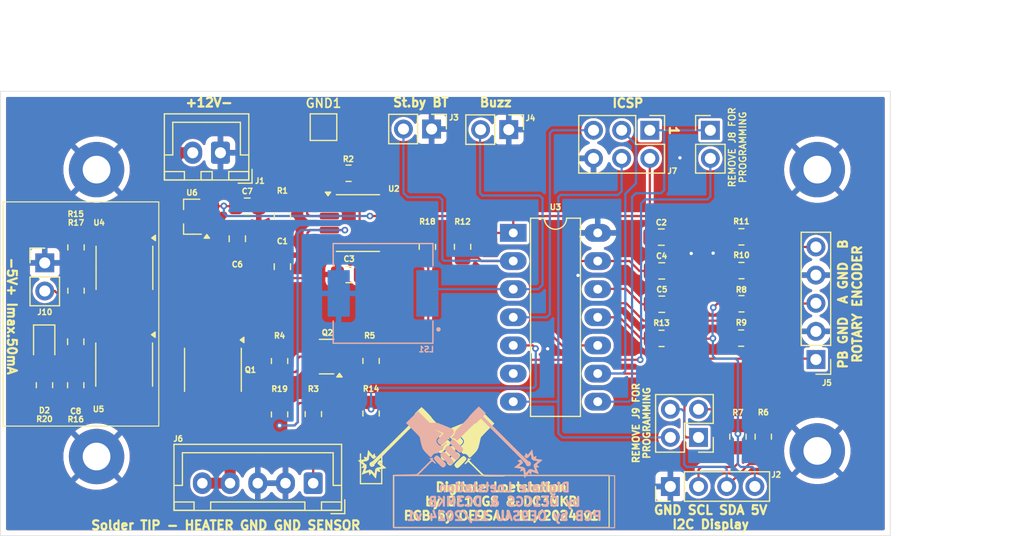
<source format=kicad_pcb>
(kicad_pcb (version 20240108) (generator "pcbnew") (generator_version "8.0")
  (layers (0 "F.Cu" signal) (31 "B.Cu" signal) (34 "B.Paste" user) (35 "F.Paste" user) (36 "B.SilkS" user "B.Silkscreen") (37 "F.SilkS" user "F.Silkscreen") (38 "B.Mask" user) (39 "F.Mask" user) (44 "Edge.Cuts" user))
  (net 0 "")
  (net 1 "GND")
  (net 2 "Net-(U2-+)")
  (net 3 "+5V")
  (net 4 "Net-(U3-PA3)")
  (net 5 "+12V")
  (net 6 "Net-(J2-Pin_2)")
  (net 7 "Net-(J2-Pin_3)")
  (net 8 "Net-(J3-Pin_2)")
  (net 9 "Net-(J4-Pin_2)")
  (net 10 "Net-(J5-Pin_1)")
  (net 11 "Net-(J5-Pin_3)")
  (net 12 "Net-(J5-Pin_5)")
  (net 13 "Net-(J6-Pin_4)")
  (net 14 "Net-(J6-Pin_1)")
  (net 15 "Net-(J8-Pin_2)")
  (net 16 "Net-(J7-MISO)")
  (net 17 "Net-(Q1-G)")
  (net 18 "Net-(Q2-G)")
  (net 19 "Net-(U2--)")
  (net 20 "Net-(R18-Pad1)")
  (net 24 "Net-(J7-~{RST})")
  (net 26 "Net-(U3-PA1)")
  (net 27 "Net-(U3-AREF{slash}PA0)")
  (net 28 "Net-(D1-A)")
  (net 29 "Net-(U3-PB2)")
  (net 30 "Net-(J7-MOSI)")
  (net 31 "Net-(J7-SCK)")
  (net 32 "Net-(U5-ADJ)")
  (net 33 "Net-(R15-Pad1)")
  (net 38 "Net-(J10-Pin_2)")
  (net 39 "Net-(D2-A)")
  (net 40 "Net-(U4-ADJ)")
  (footprint "Resistor_SMD:R_0805_2012Metric_Pad1.20x1.40mm_HandSolder" (layer "F.Cu") (at 139.2174 85.6648 90)
    (property "Reference" "R12")
    (property "Value" "10k")
  )
  (footprint "Capacitor_SMD:C_0805_2012Metric_Pad1.18x1.45mm_HandSolder" (layer "F.Cu") (at 128.9597 88.17 180)
    (property "Reference" "C3")
    (property "Value" "10nF")
  )
  (footprint "Resistor_SMD:R_0805_2012Metric_Pad1.20x1.40mm_HandSolder" (layer "F.Cu") (at 125.7554 100.7712 90)
    (property "Reference" "R3")
    (property "Value" "5K6")
  )
  (footprint "Resistor_SMD:R_0805_2012Metric_Pad1.20x1.40mm_HandSolder" (layer "F.Cu") (at 164.3794 87.8144)
    (property "Reference" "R10")
    (property "Value" "10k")
  )
  (footprint "Resistor_SMD:R_0805_2012Metric_Pad1.20x1.40mm_HandSolder" (layer "F.Cu") (at 104.3432 85.7186 -90)
    (property "Reference" "R15")
    (property "Value" "27")
  )
  (footprint "Capacitor_SMD:C_0805_2012Metric_Pad1.18x1.45mm_HandSolder" (layer "F.Cu") (at 157.1889 90.8498 180)
    (property "Reference" "C5")
    (property "Value" "10nF")
  )
  (footprint "MountingHole:MountingHole_2.5mm_Pad" (layer "F.Cu") (at 106.1974 78.6958)
    (property "Reference" "H1" (hide yes))
    (property "Value" "MountingHole_Pad" (hide yes))
  )
  (footprint "Resistor_SMD:R_0805_2012Metric_Pad1.20x1.40mm_HandSolder" (layer "F.Cu") (at 104.3432 89.6272 -90)
    (property "Reference" "R17")
    (property "Value" "750")
  )
  (footprint "Resistor_SMD:R_0805_2012Metric_Pad1.20x1.40mm_HandSolder" (layer "F.Cu") (at 136.0424 85.6714 -90)
    (property "Reference" "R18")
    (property "Value" "5K6")
  )
  (footprint "Connector_PinHeader_2.54mm:PinHeader_1x04_P2.54mm_Vertical" (layer "F.Cu") (at 157.9626 107.3089 90)
    (property "Reference" "J2")
    (property "Value" "I2C")
  )
  (footprint "Resistor_SMD:R_0805_2012Metric_Pad1.20x1.40mm_HandSolder" (layer "F.Cu") (at 122.7074 95.9802 -90)
    (property "Reference" "R4")
    (property "Value" "10K")
  )
  (footprint "Resistor_SMD:R_0805_2012Metric_Pad1.20x1.40mm_HandSolder" (layer "F.Cu") (at 130.9624 95.9706 90)
    (property "Reference" "R5")
    (property "Value" "1K")
  )
  (footprint "Package_TO_SOT_SMD:SOT-23" (layer "F.Cu") (at 126.9469 95.5802 180)
    (property "Reference" "Q2")
    (property "Value" "IRLML2060")
  )
  (footprint "Resistor_SMD:R_0805_2012Metric_Pad1.20x1.40mm_HandSolder" (layer "F.Cu") (at 122.7074 100.8032 -90)
    (property "Reference" "R19")
    (property "Value" "100k")
  )
  (footprint "Connector_PinHeader_2.54mm:PinHeader_1x02_P2.54mm_Vertical" (layer "F.Cu") (at 161.5694 75.1398)
    (property "Reference" "J8" (hide yes))
    (property "Value" "PROG-JUMP")
  )
  (footprint "Connector_PinHeader_2.54mm:PinHeader_1x02_P2.54mm_Vertical" (layer "F.Cu") (at 143.383 75.0824 -90)
    (property "Reference" "J4")
    (property "Value" "Buzz")
  )
  (footprint "MountingHole:MountingHole_2.5mm_Pad" (layer "F.Cu") (at 106.1974 104.6038)
    (property "Reference" "H3" (hide yes))
    (property "Value" "MountingHole_Pad" (hide yes))
  )
  (footprint "Connector_PinHeader_2.54mm:PinHeader_2x03_P2.54mm_Vertical" (layer "F.Cu") (at 156.1084 75.1398 -90)
    (property "Reference" "J7")
    (property "Value" "ISP")
  )
  (footprint "Package_TO_SOT_SMD:SOT-23_Handsoldering" (layer "F.Cu") (at 114.8066 82.9478 180)
    (property "Reference" "U6")
    (property "Value" "MCP1703Ax-120xxTT")
  )
  (footprint "Package_SO:SOIC-8_3.9x4.9mm_P1.27mm" (layer "F.Cu") (at 108.6866 96.3026 -90)
    (property "Reference" "U5")
    (property "Value" "LM317L_SO8")
  )
  (footprint "Connector_JST:JST_XH_B2B-XH-A_1x02_P2.50mm_Vertical" (layer "F.Cu") (at 117.3734 77.1718 180)
    (property "Reference" "J1")
    (property "Value" "12V POW")
  )
  (footprint "Package_DIP:DIP-14_W7.62mm_LongPads" (layer "F.Cu") (at 143.7894 84.4108)
    (property "Reference" "U3")
    (property "Value" "ATtiny84V-10P")
  )
  (footprint "Capacitor_SMD:C_0805_2012Metric_Pad1.18x1.45mm_HandSolder" (layer "F.Cu") (at 122.9614 87.4588 90)
    (property "Reference" "C1")
    (property "Value" "10nF")
  )
  (footprint "Package_SO:SO-8_3.9x4.9mm_P1.27mm" (layer "F.Cu") (at 129.7782 83.5218)
    (property "Reference" "U2")
    (property "Value" "OPA336Ux")
  )
  (footprint "MountingHole:MountingHole_2.5mm_Pad" (layer "F.Cu") (at 171.2214 104.0958)
    (property "Reference" "H2" (hide yes))
    (property "Value" "MountingHole_Pad" (hide yes))
  )
  (footprint "Capacitor_SMD:C_0805_2012Metric_Pad1.18x1.45mm_HandSolder" (layer "F.Cu") (at 157.1889 87.8398)
    (property "Reference" "C4")
    (property "Value" "10nF")
  )
  (footprint "Resistor_SMD:R_0805_2012Metric_Pad1.20x1.40mm_HandSolder" (layer "F.Cu") (at 164.3794 90.8116 180)
    (property "Reference" "R8")
    (property "Value" "10k")
  )
  (footprint "Package_SO:SOIC-8_3.9x4.9mm_P1.27mm" (layer "F.Cu") (at 116.695 96.7734 -90)
    (property "Reference" "Q1")
    (property "Value" "IRF7416")
  )
  (footprint "Connector_PinHeader_2.54mm:PinHeader_1x02_P2.54mm_Vertical" (layer "F.Cu") (at 101.5238 87.117)
    (property "Reference" "J10")
    (property "Value" "5V/50mA")
  )
  (footprint "Resistor_SMD:R_0805_2012Metric_Pad1.20x1.40mm_HandSolder" (layer "F.Cu") (at 164.3474 93.9104 180)
    (property "Reference" "R9")
    (property "Value" "10k")
  )
  (footprint "Resistor_SMD:R_0805_2012Metric_Pad1.20x1.40mm_HandSolder" (layer "F.Cu") (at 130.9624 100.7204 90)
    (property "Reference" "R14")
    (property "Value" "10k")
  )
  (footprint "Resistor_SMD:R_0805_2012Metric_Pad1.20x1.40mm_HandSolder" (layer "F.Cu") (at 101.4984 98.1616 -90)
    (property "Reference" "R20")
    (property "Value" "10k")
  )
  (footprint "Resistor_SMD:R_0805_2012Metric_Pad1.20x1.40mm_HandSolder" (layer "F.Cu") (at 164.0586 102.8098 90)
    (property "Reference" "R7")
    (property "Value" "4k7")
  )
  (footprint "Capacitor_SMD:C_0805_2012Metric_Pad1.18x1.45mm_HandSolder" (layer "F.Cu") (at 119.7903 81.9978)
    (property "Reference" "C7")
    (property "Value" "1uF")
  )
  (footprint "Resistor_SMD:R_0805_2012Metric_Pad1.20x1.40mm_HandSolder" (layer "F.Cu") (at 128.9304 79.026)
    (property "Reference" "R2")
    (property "Value" "68k")
  )
  (footprint "Resistor_SMD:R_0805_2012Metric_Pad1.20x1.40mm_HandSolder" (layer "F.Cu") (at 122.9614 82.8708 90)
    (property "Reference" "R1")
    (property "Value" "100R")
  )
  (footprint "LED_SMD:LED_0805_2012Metric" (layer "F.Cu") (at 130.965266 105.3658 90)
    (property "Reference" "D1" (hide yes))
    (property "Value" "LED" (hide yes))
  )
  (footprint "Resistor_SMD:R_0805_2012Metric_Pad1.20x1.40mm_HandSolder" (layer "F.Cu") (at 104.3178 98.1616 -90)
    (property "Reference" "R16")
    (property "Value" "240")
  )
  (footprint "Resistor_SMD:R_0805_2012Metric_Pad1.20x1.40mm_HandSolder" (layer "F.Cu") (at 164.3728 84.7664 180)
    (property "Reference" "R11")
    (property "Value" "10k")
  )
  (footprint "Capacitor_SMD:C_0805_2012Metric_Pad1.18x1.45mm_HandSolder" (layer "F.Cu") (at 104.3178 94.2367 90)
    (property "Reference" "C8")
    (property "Value" "1uF")
  )
  (footprint "LED_SMD:LED_0805_2012Metric" (layer "F.Cu") (at 101.473 94.4118 -90)
    (property "Reference" "D2")
    (property "Value" "LED")
  )
  (footprint "Capacitor_SMD:C_0805_2012Metric_Pad1.18x1.45mm_HandSolder" (layer "F.Cu") (at 118.8974 84.9403 90)
    (property "Reference" "C6")
    (property "Value" "1uF")
  )
  (footprint "TestPoint:TestPoint_Pad_2.0x2.0mm" (layer "F.Cu") (at 126.6698 74.8604)
    (property "Reference" "GND1")
    (property "Value" "GND")
  )
  (footprint "Connector_PinHeader_2.54mm:PinHeader_1x02_P2.54mm_Vertical" (layer "F.Cu") (at 136.4234 75.0316 -90)
    (property "Reference" "J3")
    (property "Value" "Std.by")
  )
  (footprint "LOGO" (layer "F.Cu") (at 136.553266 103.2068)
    (property "Reference" "G10" (hide yes))
    (property "Value" "LOGO" (hide yes))
  )
  (footprint "Package_SO:SOIC-8_3.9x4.9mm_P1.27mm" (layer "F.Cu") (at 108.712 87.565 -90)
    (property "Reference" "U4")
    (property "Value" "LM317L_SO8")
  )
  (footprint "Connector_PinHeader_2.54mm:PinHeader_1x05_P2.54mm_Vertical" (layer "F.Cu") (at 171.0944 95.8408 180)
    (property "Reference" "J5")
    (property "Value" "Conn_01x05_Pin")
  )
  (footprint "Resistor_SMD:R_0805_2012Metric_Pad1.20x1.40mm_HandSolder" (layer "F.Cu") (at 166.3446 102.8098 90)
    (property "Reference" "R6")
    (property "Value" "4k7")
  )
  (footprint "MountingHole:MountingHole_2.5mm_Pad" (layer "F.Cu") (at 171.2214 78.6958)
    (property "Reference" "H4" (hide yes))
    (property "Value" "MountingHole_Pad" (hide yes))
  )
  (footprint "Resistor_SMD:R_0805_2012Metric_Pad1.20x1.40mm_HandSolder" (layer "F.Cu") (at 157.1674 93.9358)
    (property "Reference" "R13")
    (property "Value" "10k")
  )
  (footprint "Connector_JST:JST_XH_B5B-XH-A_1x05_P2.50mm_Vertical" (layer "F.Cu") (at 125.7408 107.0102 180)
    (property "Reference" "J6")
    (property "Value" "Tip")
  )
  (footprint "Capacitor_SMD:C_0805_2012Metric_Pad1.18x1.45mm_HandSolder" (layer "F.Cu") (at 157.1459 84.7918)
    (property "Reference" "C2")
    (property "Value" "100nF")
  )
  (footprint "Connector_PinHeader_2.54mm:PinHeader_2x02_P2.54mm_Vertical" (layer "F.Cu") (at 160.5026 102.8766 180)
    (property "Reference" "J9" (hide yes))
    (property "Value" "PROG-JUMP2")
  )
  (footprint "LOGO" (layer "B.Cu") (at 139.6492 103.156 180)
    (property "Reference" "G10" (hide yes))
    (property "Value" "LOGO" (hide yes))
  )
  (footprint "CPT-9019S-SMT:CUI_CPT-9019S-SMT" (layer "B.Cu") (at 132.0424 89.8718 90)
    (property "Reference" "LS1")
    (property "Value" "CPT-9019S-SMT" (hide yes))
  )
  (gr_rect (start 97.7646 81.6102) (end 111.8108 101.854) (stroke (width 0.1)) (fill none) (layer "F.SilkS"))
  (gr_line (start 97.536 71.628) (end 177.8 71.628) (stroke (width 0.05)) (layer "Edge.Cuts"))
  (gr_line (start 177.8 71.628) (end 177.8 111.76) (stroke (width 0.05)) (layer "Edge.Cuts"))
  (gr_line (start 177.8 111.76) (end 97.536 111.76) (stroke (width 0.05)) (layer "Edge.Cuts"))
  (gr_line (start 97.536 111.76) (end 97.536 71.628) (stroke (width 0.05)) (layer "Edge.Cuts"))
  (gr_text "REMOVE J8 FOR\nPROGRAMMING" (at 164.846 76.6826 90) (layer "F.SilkS") (effects (font (size 0.6 0.6) (thickness 0.12) (bold yes)) (justify bottom)))
  (gr_text "1" (at 157.8102 74.6572 -90) (layer "F.SilkS") (effects (font (size 0.8 0.8) (thickness 0.2) (bold yes)) (justify left bottom)))
  (gr_text "ICSP" (at 152.6286 73.1586 0) (layer "F.SilkS") (effects (font (size 0.8 0.8) (thickness 0.2) (bold yes)) (justify left bottom)))
  (gr_text "PB GND  A GND  B\nROTARY ENCODER" (at 175.2854 90.837 90) (layer "F.SilkS") (effects (font (size 0.8 0.8) (thickness 0.2) (bold yes)) (justify bottom)))
  (gr_text "REMOVE J9 FOR\nPROGRAMMING" (at 156.1846 101.5812 90) (layer "F.SilkS") (effects (font (size 0.6 0.6) (thickness 0.15) (bold yes)) (justify bottom)))
  (gr_text "Solder TIP - HEATER GND GND SENSOR" (at 117.856 111.2774 0) (layer "F.SilkS") (effects (font (size 0.8 0.8) (thickness 0.2) (bold yes)) (justify bottom)))
  (gr_text "St.by BT" (at 132.842 73.1012 0) (layer "F.SilkS") (effects (font (size 0.8 0.8) (thickness 0.2) (bold yes)) (justify left bottom)))
  (gr_text "GND SCL SDA 5V\nI2C Display" (at 161.5948 111.1951 0) (layer "F.SilkS") (effects (font (size 0.8 0.8) (thickness 0.2) (bold yes)) (justify bottom)))
  (gr_text "-5V+ Imax.50mA" (at 98.0948 86.5378 270) (layer "F.SilkS") (effects (font (size 0.8 0.8) (thickness 0.2) (bold yes)) (justify left bottom)))
  (gr_text "Buzz" (at 140.6652 73.1012 0) (layer "F.SilkS") (effects (font (size 0.8 0.8) (thickness 0.2) (bold yes)) (justify left bottom)))
  (gr_text "+12V-" (at 114.1222 73.1078 0) (layer "F.SilkS") (effects (font (size 0.8 0.8) (thickness 0.2) (bold yes)) (justify left bottom)))
  (gr_text_box "Digitale Loetstation\nby OE1CGS & DC3MKB\nPCB by OE9SAU 11/2024 v1" (start 133.0198 106.331) (end 152.9334 111.03) (layer "B.SilkS") (effects (font (size 0.8 0.8) (thickness 0.2) (bold yes)) (justify top mirror)) (border yes) (stroke (width 0.1)))
  (gr_text_box "Digitale Loetstation\nby OE1CGS & DC3MKB\nPCB by OE9SAU 11/2024 v1" (start 132.9817 106.3056) (end 152.4381 111.0046) (layer "F.SilkS") (effects (font (size 0.8 0.8) (thickness 0.2) (bold yes)) (justify top)) (border yes) (stroke (width 0.1)))
  (segment (start 120.7408 107.347) (end 120.7538 107.36) (width 1) (layer "F.Cu") (net 1))
  (via (at 146.8882 94.8756) (size 0.6) (drill 0.3) (layers "F.Cu" "B.Cu") (net 1))
  (via (at 149.6314 88.2462) (size 0.6) (drill 0.3) (layers "F.Cu" "B.Cu") (net 1))
  (via (at 161.8234 86.2396) (size 0.6) (drill 0.3) (layers "F.Cu" "B.Cu") (net 1))
  (via (at 159.8422 86.265) (size 0.6) (drill 0.3) (layers "F.Cu" "B.Cu") (net 1))
  (via (at 158.8262 77.629) (size 0.6) (drill 0.3) (layers "F.Cu" "B.Cu") (net 1))
  (segment (start 124.5172 99.7712) (end 125.7554 99.7712) (width 0.2) (layer "F.Cu") (net 2))
  (segment (start 122.7074 101.8032) (end 124.0352 101.8032) (width 0.2) (layer "F.Cu") (net 2))
  (segment (start 124.9465 88.4963) (end 122.9614 88.4963) (width 0.2) (layer "F.Cu") (net 2))
  (segment (start 125.222 88.2208) (end 124.9465 88.4963) (width 0.2) (layer "F.Cu") (net 2))
  (segment (start 125.222 84.4108) (end 125.222 88.2208) (width 0.2) (layer "F.Cu") (net 2))
  (segment (start 124.35 101.4884) (end 124.35 99.9384) (width 0.2) (layer "F.Cu") (net 2))
  (segment (start 124.0352 101.8032) (end 124.35 101.4884) (width 0.2) (layer "F.Cu") (net 2))
  (segment (start 124.35 99.9384) (end 124.5172 99.7712) (width 0.2) (layer "F.Cu") (net 2))
  (segment (start 125.476 84.1568) (end 125.222 84.4108) (width 0.2) (layer "F.Cu") (net 2))
  (segment (start 128.6002 84.1568) (end 125.476 84.1568) (width 0.2) (layer "F.Cu") (net 2))
  (via (at 122.7074 101.8032) (size 0.6) (drill 0.3) (layers "F.Cu" "B.Cu") (net 2))
  (via (at 128.6002 84.1568) (size 0.6) (drill 0.3) (layers "F.Cu" "B.Cu") (net 2))
  (segment (start 124.6378 84.1568) (end 128.6002 84.1568) (width 0.2) (layer "B.Cu") (net 2))
  (segment (start 124.333 101.5268) (end 124.333 84.4616) (width 0.2) (layer "B.Cu") (net 2))
  (segment (start 124.333 84.4616) (end 124.6378 84.1568) (width 0.2) (layer "B.Cu") (net 2))
  (segment (start 124.0566 101.8032) (end 124.333 101.5268) (width 0.2) (layer "B.Cu") (net 2))
  (segment (start 122.7074 101.8032) (end 124.0566 101.8032) (width 0.2) (layer "B.Cu") (net 2))
  (segment (start 164.3888 83.1662) (end 164.1348 82.9122) (width 0.2) (layer "F.Cu") (net 3))
  (segment (start 143.9887 82.8907) (end 156.1084 82.8907) (width 0.2) (layer "F.Cu") (net 3))
  (segment (start 139.2174 84.6648) (end 140.660414 84.6648) (width 0.2) (layer "F.Cu") (net 3))
  (segment (start 116.3066 81.9978) (end 117.6528 81.9978) (width 0.2) (layer "F.Cu") (net 3))
  (segment (start 158.192 93.9604) (end 161.7734 93.9604) (width 0.2) (layer "F.Cu") (net 3))
  (segment (start 132.8706 82.8868) (end 132.8745 82.8907) (width 0.2) (layer "F.Cu") (net 3))
  (segment (start 162.2044 90.7862) (end 163.3794 90.7862) (width 0.2) (layer "F.Cu") (net 3))
  (segment (start 143.7894 84.4108) (end 143.7894 82.8907) (width 0.2) (layer "F.Cu") (net 3))
  (segment (start 164.0586 102.5464) (end 164.0586 101.8098) (width 0.2) (layer "F.Cu") (net 3))
  (segment (start 130.8608 82.8868) (end 132.8706 82.8868) (width 0.2) (layer "F.Cu") (net 3))
  (segment (start 158.1674 93.9358) (end 158.192 93.9604) (width 0.2) (layer "F.Cu") (net 3))
  (segment (start 161.8361 91.1545) (end 162.2044 90.7862) (width 0.2) (layer "F.Cu") (net 3))
  (segment (start 161.7734 93.9604) (end 161.798 93.9358) (width 0.2) (layer "F.Cu") (net 3))
  (segment (start 140.914414 84.4108) (end 143.7894 84.4108) (width 0.2) (layer "F.Cu") (net 3))
  (segment (start 156.1084 77.6798) (end 156.1084 78.8315) (width 0.2) (layer "F.Cu") (net 3))
  (segment (start 117.6782 81.9724) (end 117.7036 81.9978) (width 0.2) (layer "F.Cu") (net 3))
  (segment (start 156.1084 84.7918) (end 156.1084 82.8907) (width 0.2) (layer "F.Cu") (net 3))
  (segment (start 117.6528 81.9978) (end 117.6782 81.9724) (width 0.2) (layer "F.Cu") (net 3))
  (segment (start 166.3446 101.8098) (end 164.0586 101.8098) (width 0.2) (layer "F.Cu") (net 3))
  (segment (start 163.3794 90.7862) (end 163.3794 87.8144) (width 0.2) (layer "F.Cu") (net 3))
  (segment (start 163.3794 87.8144) (end 164.3888 86.805) (width 0.2) (layer "F.Cu") (net 3))
  (segment (start 164.3888 86.805) (end 164.3888 83.1662) (width 0.2) (layer "F.Cu") (net 3))
  (segment (start 117.7036 81.9978) (end 118.7528 81.9978) (width 0.2) (layer "F.Cu") (net 3))
  (segment (start 156.1084 78.8315) (end 156.1084 82.8907) (width 0.2) (layer "F.Cu") (net 3))
  (segment (start 164.1133 82.8907) (end 164.2618 83.0392) (width 0.2) (layer "F.Cu") (net 3))
  (segment (start 143.7894 82.8907) (end 143.9887 82.8907) (width 0.2) (layer "F.Cu") (net 3))
  (segment (start 156.1084 82.8907) (end 164.1133 82.8907) (width 0.2) (layer "F.Cu") (net 3))
  (segment (start 132.8745 82.8907) (end 143.9887 82.8907) (width 0.2) (layer "F.Cu") (net 3))
  (segment (start 158.1674 93.9358) (end 158.6728 94.4412) (width 0.2) (layer "F.Cu") (net 3))
  (segment (start 140.660414 84.6648) (end 140.914414 84.4108) (width 0.2) (layer "F.Cu") (net 3))
  (via (at 161.8361 91.1545) (size 0.6) (drill 0.3) (layers "F.Cu" "B.Cu") (net 3))
  (via (at 161.798 93.9358) (size 0.6) (drill 0.3) (layers "F.Cu" "B.Cu") (net 3))
  (via (at 117.6782 81.9724) (size 0.6) (drill 0.3) (layers "F.Cu" "B.Cu") (net 3))
  (via (at 164.0586 102.5464) (size 0.6) (drill 0.3) (layers "F.Cu" "B.Cu") (net 3))
  (via (at 130.8608 82.8868) (size 0.6) (drill 0.3) (layers "F.Cu" "B.Cu") (net 3))
  (segment (start 161.798 95.536) (end 161.798 93.9358) (width 0.2) (layer "B.Cu") (net 3))
  (segment (start 165.354 105.5436) (end 164.3126 105.5436) (width 0.2) (layer "B.Cu") (net 3))
  (segment (start 163.8554 95.7646) (end 162.0266 95.7646) (width 0.2) (layer "B.Cu") (net 3))
  (segment (start 164.3126 105.5436) (end 164.0586 105.2896) (width 0.2) (layer "B.Cu") (net 3))
  (segment (start 117.9322 82.8868) (end 117.6782 82.6328) (width 0.2) (layer "B.Cu") (net 3))
  (segment (start 161.7726 93.9104) (end 161.798 93.9358) (width 0.2) (layer "B.Cu") (net 3))
  (segment (start 164.0586 105.2896) (end 164.0586 102.5464) (width 0.2) (layer "B.Cu") (net 3))
  (segment (start 161.8361 91.1545) (end 161.7726 91.218) (width 0.2) (layer "B.Cu") (net 3))
  (segment (start 165.5826 107.3089) (end 165.5826 105.7722) (width 0.2) (layer "B.Cu") (net 3))
  (segment (start 161.7726 91.218) (end 161.7726 93.9104) (width 0.2) (layer "B.Cu") (net 3))
  (segment (start 162.0266 95.7646) (end 161.798 95.536) (width 0.2) (layer "B.Cu") (net 3))
  (segment (start 165.5826 105.7722) (end 165.354 105.5436) (width 0.2) (layer "B.Cu") (net 3))
  (segment (start 164.0586 95.9678) (end 163.8554 95.7646) (width 0.2) (layer "B.Cu") (net 3))
  (segment (start 164.0586 102.5464) (end 164.0586 95.9678) (width 0.2) (layer "B.Cu") (net 3))
  (segment (start 117.6782 82.6328) (end 117.6782 81.9724) (width 0.2) (layer "B.Cu") (net 3))
  (segment (start 130.8608 82.8868) (end 117.9322 82.8868) (width 0.2) (layer "B.Cu") (net 3))
  (segment (start 136.1186 93.0976) (end 136.3218 93.3008) (width 0.2) (layer "F.Cu") (net 4))
  (segment (start 136.3218 93.3008) (end 146.9136 93.3008) (width 0.2) (layer "F.Cu") (net 4))
  (segment (start 136.1186 86.6758) (end 136.1186 93.0976) (width 0.2) (layer "F.Cu") (net 4))
  (segment (start 130.0187 86.9547) (end 130.2976 86.6758) (width 0.2) (layer "F.Cu") (net 4))
  (segment (start 146.9136 93.3008) (end 148.1836 94.5708) (width 0.2) (layer "F.Cu") (net 4))
  (segment (start 130.0187 88.1485) (end 130.0187 86.9547) (width 0.2) (layer "F.Cu") (net 4))
  (segment (start 130.2976 86.6758) (end 136.1186 86.6758) (width 0.2) (layer "F.Cu") (net 4))
  (segment (start 148.1836 94.5708) (end 151.4094 94.5708) (width 0.2) (layer "F.Cu") (net 4))
  (segment (start 116.06 88.81) (end 116.06 94.81) (width 1) (layer "F.Cu") (net 5))
  (segment (start 118.6725 95.0384) (end 116.8275 95.0384) (width 0.5) (layer "F.Cu") (net 5))
  (segment (start 115.81 94.8384) (end 118.35 94.8384) (width 0.5) (layer "F.Cu") (net 5))
  (segment (start 116.08 93.5784) (end 116.06 93.5984) (width 0.5) (layer "F.Cu") (net 5))
  (segment (start 118.8974 86.8626) (end 118.71 87.05) (width 0.2) (layer "F.Cu") (net 5))
  (segment (start 118.67125 93.2484) (end 116.08875 93.2484) (width 0.5) (layer "F.Cu") (net 5))
  (segment (start 113.7854 77.1718) (end 113.3066 77.6506) (width 1) (layer "F.Cu") (net 5))
  (segment (start 115.94 94.0084) (end 118.48 94.0084) (width 0.5) (layer "F.Cu") (net 5))
  (segment (start 115.8 95.2884) (end 115.8 92.4984) (width 0.5) (layer "F.Cu") (net 5))
  (segment (start 118.71 87.05) (end 114.3 87.05) (width 0.2) (layer "F.Cu") (net 5))
  (segment (start 115.81 94.5284) (end 118.35 94.5284) (width 0.5) (layer "F.Cu") (net 5))
  (segment (start 110.617 85.217) (end 110.617 83.1596) (width 0.2) (layer "F.Cu") (net 5))
  (segment (start 122.3394 94.9482) (end 122.7074 94.5802) (width 0.2) (layer "F.Cu") (net 5))
  (segment (start 122.0256 94.2984) (end 122.7074 94.9802) (width 0.2) (layer "F.Cu") (net 5))
  (segment (start 113.35 86.1) (end 113.35 82.9912) (width 1) (layer "F.Cu") (net 5))
  (segment (start 110.8288 82.9478) (end 113.3066 82.9478) (width 0.2) (layer "F.Cu") (net 5))
  (segment (start 114.3 87.05) (end 113.35 86.1) (width 1) (layer "F.Cu") (net 5))
  (segment (start 118.6 94.2984) (end 122.0256 94.2984) (width 0.2) (layer "F.Cu") (net 5))
  (segment (start 118.6625 93.5784) (end 116.08 93.5784) (width 0.5) (layer "F.Cu") (net 5))
  (segment (start 118.71 93.2484) (end 118.71 95.2284) (width 0.5) (layer "F.Cu") (net 5))
  (segment (start 115.79 95.2984) (end 118.71 95.2984) (width 0.5) (layer "F.Cu") (net 5))
  (segment (start 114.8734 77.1718) (end 113.7854 77.1718) (width 1) (layer "F.Cu") (net 5))
  (segment (start 118.6 94.2984) (end 117.87 95.0284) (width 0.5) (layer "F.Cu") (net 5))
  (segment (start 118.71 95.2284) (end 118.64 95.2984) (width 0.5) (layer "F.Cu") (net 5))
  (segment (start 113.35 82.9912) (end 113.3066 82.9478) (width 1) (layer "F.Cu") (net 5))
  (segment (start 115.79 95.2984) (end 115.8 95.2884) (width 0.5) (layer "F.Cu") (net 5))
  (segment (start 115.79 95.0384) (end 118.33 95.0384) (width 0.5) (layer "F.Cu") (net 5))
  (segment (start 113.3066 77.6506) (end 113.3066 82.9478) (width 1) (layer "F.Cu") (net 5))
  (segment (start 114.3 87.05) (end 116.06 88.81) (width 1) (layer "F.Cu") (net 5))
  (segment (start 116.06 94.2984) (end 118.6 94.2984) (width 0.5) (layer "F.Cu") (net 5))
  (segment (start 117.87 95.0284) (end 116.025 95.0284) (width 0.5) (layer "F.Cu") (net 5))
  (segment (start 110.617 83.1596) (end 110.8288 82.9478) (width 0.2) (layer "F.Cu") (net 5))
  (segment (start 118.8974 85.9778) (end 118.8974 86.8626) (width 0.2) (layer "F.Cu") (net 5))
  (segment (start 160.5026 107.3089) (end 160.5026 105.7976) (width 0.2) (layer "F.Cu") (net 6))
  (segment (start 162.5092 100.3366) (end 160.5026 100.3366) (width 0.2) (layer "F.Cu") (net 6))
  (segment (start 160.5026 105.7976) (end 160.7566 105.5436) (width 0.2) (layer "F.Cu") (net 6))
  (segment (start 163.7284 105.5436) (end 164.0586 105.2134) (width 0.2) (layer "F.Cu") (net 6))
  (segment (start 160.6296 107.1819) (end 160.5026 107.3089) (width 0.2) (layer "F.Cu") (net 6))
  (segment (start 163.036 103.8098) (end 162.7632 103.537) (width 0.2) (layer "F.Cu") (net 6))
  (segment (start 160.7566 105.5436) (end 163.7284 105.5436) (width 0.2) (layer "F.Cu") (net 6))
  (segment (start 162.7632 103.537) (end 162.7632 100.5906) (width 0.2) (layer "F.Cu") (net 6))
  (segment (start 164.0586 105.2134) (end 164.0586 103.8098) (width 0.2) (layer "F.Cu") (net 6))
  (segment (start 164.0586 103.8098) (end 163.036 103.8098) (width 0.2) (layer "F.Cu") (net 6))
  (segment (start 162.7632 100.5906) (end 162.5092 100.3366) (width 0.2) (layer "F.Cu") (net 6))
  (segment (start 166.3446 104.934) (end 166.007515 105.271085) (width 0.2) (layer "F.Cu") (net 7))
  (segment (start 166.007515 105.271085) (end 165.080415 105.271085) (width 0.2) (layer "F.Cu") (net 7))
  (segment (start 166.3446 103.8098) (end 166.3446 104.934) (width 0.2) (layer "F.Cu") (net 7))
  (segment (start 165.080415 105.271085) (end 163.0426 107.3089) (width 0.2) (layer "F.Cu") (net 7))
  (segment (start 162.8394 105.5436) (end 163.0426 105.7468) (width 0.2) (layer "B.Cu") (net 7))
  (segment (start 158.9786 100.3366) (end 159.2072 100.5652) (width 0.2) (layer "B.Cu") (net 7))
  (segment (start 157.9626 100.3366) (end 158.9786 100.3366) (width 0.2) (layer "B.Cu") (net 7))
  (segment (start 159.2072 100.5652) (end 159.2072 105.315) (width 0.2) (layer "B.Cu") (net 7))
  (segment (start 159.2072 105.315) (end 159.4358 105.5436) (width 0.2) (layer "B.Cu") (net 7))
  (segment (start 163.0426 105.7468) (end 163.0426 107.3089) (width 0.2) (layer "B.Cu") (net 7))
  (segment (start 159.4358 105.5436) (end 162.8394 105.5436) (width 0.2) (layer "B.Cu") (net 7))
  (segment (start 140.6332 86.6648) (end 140.9192 86.9508) (width 0.2) (layer "F.Cu") (net 8))
  (segment (start 139.2174 86.6648) (end 140.6332 86.6648) (width 0.2) (layer "F.Cu") (net 8))
  (segment (start 140.9192 86.9508) (end 143.7894 86.9508) (width 0.2) (layer "F.Cu") (net 8))
  (segment (start 137.541 86.9254) (end 143.764 86.9254) (width 0.2) (layer "B.Cu") (net 8))
  (segment (start 134.271 81.185) (end 137.1346 81.185) (width 0.2) (layer "B.Cu") (net 8))
  (segment (start 137.3886 86.773) (end 137.541 86.9254) (width 0.2) (layer "B.Cu") (net 8))
  (segment (start 133.8834 74.8604) (end 133.8834 80.7974) (width 0.2) (layer "B.Cu") (net 8))
  (segment (start 133.8834 80.7974) (end 134.271 81.185) (width 0.2) (layer "B.Cu") (net 8))
  (segment (start 137.3886 81.439) (end 137.3886 86.773) (width 0.2) (layer "B.Cu") (net 8))
  (segment (start 137.1346 81.185) (end 137.3886 81.439) (width 0.2) (layer "B.Cu") (net 8))
  (segment (start 143.764 86.9254) (end 143.7894 86.9508) (width 0.2) (layer "B.Cu") (net 8))
  (segment (start 136.4234 89.4908) (end 143.7894 89.4908) (width 0.2) (layer "B.Cu") (net 9))
  (segment (start 146.177 81.0326) (end 146.431 81.2866) (width 0.2) (layer "B.Cu") (net 9))
  (segment (start 140.843 75.0824) (end 140.7922 75.1332) (width 0.2) (layer "B.Cu") (net 9))
  (segment (start 146.05 89.4908) (end 143.7894 89.4908) (width 0.2) (layer "B.Cu") (net 9))
  (segment (start 146.431 81.2866) (end 146.431 89.1098) (width 0.2) (layer "B.Cu") (net 9))
  (segment (start 140.7922 75.1332) (end 140.7922 80.8228) (width 0.2) (layer "B.Cu") (net 9))
  (segment (start 146.431 89.1098) (end 146.05 89.4908) (width 0.2) (layer "B.Cu") (net 9))
  (segment (start 140.7922 80.8228) (end 141.002 81.0326) (width 0.2) (layer "B.Cu") (net 9))
  (segment (start 141.002 81.0326) (end 146.177 81.0326) (width 0.2) (layer "B.Cu") (net 9))
  (segment (start 136.0424 89.8718) (end 136.4234 89.4908) (width 0.2) (layer "B.Cu") (net 9))
  (segment (start 151.4094 92.0308) (end 153.3906 92.0308) (width 0.2) (layer "F.Cu") (net 10))
  (segment (start 156.1674 95.4934) (end 156.1674 93.9358) (width 0.2) (layer "F.Cu") (net 10))
  (segment (start 171.0944 95.8408) (end 171.0182 95.7646) (width 0.2) (layer "F.Cu") (net 10))
  (segment (start 156.4386 95.7646) (end 156.1674 95.4934) (width 0.2) (layer "F.Cu") (net 10))
  (segment (start 153.3906 92.0308) (end 155.2956 93.9358) (width 0.2) (layer "F.Cu") (net 10))
  (segment (start 155.2956 93.9358) (end 156.1674 93.9358) (width 0.2) (layer "F.Cu") (net 10))
  (segment (start 171.0182 95.7646) (end 156.4386 95.7646) (width 0.2) (layer "F.Cu") (net 10))
  (segment (start 171.0944 90.7862) (end 165.6588 90.7862) (width 0.2) (layer "F.Cu") (net 11))
  (segment (start 165.6588 90.7862) (end 165.3474 91.0976) (width 0.2) (layer "F.Cu") (net 11))
  (segment (start 165.3474 91.0976) (end 165.3474 93.9104) (width 0.2) (layer "F.Cu") (net 11))
  (segment (start 165.3728 84.7664) (end 165.3728 85.0646) (width 0.2) (layer "F.Cu") (net 12))
  (segment (start 165.3794 84.7664) (end 165.3794 85.6046) (width 0.2) (layer "F.Cu") (net 12))
  (segment (start 165.3794 84.741) (end 165.3794 87.7128) (width 0.2) (layer "F.Cu") (net 12))
  (segment (start 165.3794 85.7062) (end 165.4048 85.6808) (width 0.2) (layer "F.Cu") (net 12))
  (segment (start 165.4048 85.6808) (end 171.0944 85.6808) (width 0.2) (layer "F.Cu") (net 12))
  (segment (start 118.25 100.3684) (end 118.25 107.001) (width 1) (layer "F.Cu") (net 13))
  (segment (start 114.79 99.2484) (end 114.81 99.2684) (width 0.5) (layer "F.Cu") (net 13))
  (segment (start 118.2408 107.0102) (end 115.7408 107.0102) (width 1) (layer "F.Cu") (net 13))
  (segment (start 117.945 99.6484) (end 114.895 99.6484) (width 0.5) (layer "F.Cu") (net 13))
  (segment (start 114.79 99.9584) (end 114.79 99.2484) (width 0.5) (layer "F.Cu") (net 13))
  (segment (start 118.23 100.3484) (end 117.84 99.9584) (width 0.5) (layer "F.Cu") (net 13))
  (segment (start 114.81 99.2684) (end 118.63 99.2684) (width 0.5) (layer "F.Cu") (net 13))
  (segment (start 118.23 100.3484) (end 118.25 100.3684) (width 1) (layer "F.Cu") (net 13))
  (segment (start 117.84 99.9584) (end 114.79 99.9584) (width 0.5) (layer "F.Cu") (net 13))
  (segment (start 117.965 98.8684) (end 114.915 98.8684) (width 0.5) (layer "F.Cu") (net 13))
  (segment (start 118.665 98.5184) (end 115.615 98.5184) (width 0.5) (layer "F.Cu") (net 13))
  (segment (start 118.23 107.3362) (end 118.2408 107.3254) (width 1) (layer "F.Cu") (net 13))
  (segment (start 118.23 99.6684) (end 118.23 100.3484) (width 1) (layer "F.Cu") (net 13))
  (segment (start 118.395 98.8684) (end 115.345 98.8684) (width 0.5) (layer "F.Cu") (net 13))
  (segment (start 117.79 100.1684) (end 114.74 100.1684) (width 0.5) (layer "F.Cu") (net 13))
  (segment (start 117.825 98.5184) (end 114.775 98.5184) (width 0.5) (layer "F.Cu") (net 13))
  (segment (start 118.25 107.001) (end 118.2408 107.0102) (width 1) (layer "F.Cu") (net 13))
  (segment (start 125.7554 101.7712) (end 125.7408 101.7858) (width 0.2) (layer "F.Cu") (net 14))
  (segment (start 125.7874 101.8032) (end 125.7554 101.7712) (width 0.2) (layer "F.Cu") (net 14))
  (segment (start 125.7408 102.2974) (end 125.7408 107.347) (width 0.2) (layer "F.Cu") (net 14))
  (segment (start 130.9624 95.6818) (end 130.9624 94.9706) (width 0.2) (layer "F.Cu") (net 15))
  (segment (start 131.1468 95.8662) (end 130.9624 95.6818) (width 0.2) (layer "F.Cu") (net 15))
  (segment (start 155.2448 95.8662) (end 131.1468 95.8662) (width 0.2) (layer "F.Cu") (net 15))
  (via (at 155.2448 95.8662) (size 0.6) (drill 0.3) (layers "F.Cu" "B.Cu") (net 15))
  (segment (start 161.3154 81.3882) (end 161.5694 81.1342) (width 0.2) (layer "B.Cu") (net 15))
  (segment (start 155.321 81.7438) (end 155.6766 81.3882) (width 0.2) (layer "B.Cu") (net 15))
  (segment (start 155.321 95.79) (end 155.321 81.7438) (width 0.2) (layer "B.Cu") (net 15))
  (segment (start 155.6766 81.3882) (end 161.3154 81.3882) (width 0.2) (layer "B.Cu") (net 15))
  (segment (start 155.2448 95.8662) (end 155.321 95.79) (width 0.2) (layer "B.Cu") (net 15))
  (segment (start 161.5694 81.1342) (end 161.5694 77.8018) (width 0.2) (layer "B.Cu") (net 15))
  (segment (start 157.4038 80.55) (end 157.1244 80.8294) (width 0.2) (layer "B.Cu") (net 16))
  (segment (start 161.5694 75.2618) (end 161.4474 75.1398) (width 0.2) (layer "B.Cu") (net 16))
  (segment (start 157.1244 80.8294) (end 154.8384 80.8294) (width 0.2) (layer "B.Cu") (net 16))
  (segment (start 161.4474 75.1398) (end 156.1084 75.1398) (width 0.2) (layer "B.Cu") (net 16))
  (segment (start 154.5082 81.1596) (end 154.5082 99.3714) (width 0.2) (layer "B.Cu") (net 16))
  (segment (start 154.2288 99.6508) (end 151.4094 99.6508) (width 0.2) (layer "B.Cu") (net 16))
  (segment (start 154.5082 99.3714) (end 154.2288 99.6508) (width 0.2) (layer "B.Cu") (net 16))
  (segment (start 154.8384 80.8294) (end 154.5082 81.1596) (width 0.2) (layer "B.Cu") (net 16))
  (segment (start 157.4038 75.1398) (end 157.4038 80.55) (width 0.2) (layer "B.Cu") (net 16))
  (segment (start 114.79 96.7984) (end 114.9718 96.9802) (width 0.2) (layer "F.Cu") (net 17))
  (segment (start 124.333 96.777) (end 124.1298 96.9802) (width 0.2) (layer "F.Cu") (net 17))
  (segment (start 124.333 95.7834) (end 124.333 96.777) (width 0.2) (layer "F.Cu") (net 17))
  (segment (start 124.1298 96.9802) (end 122.7074 96.9802) (width 0.2) (layer "F.Cu") (net 17))
  (segment (start 124.5362 95.5802) (end 124.333 95.7834) (width 0.2) (layer "F.Cu") (net 17))
  (segment (start 114.79 94.2984) (end 114.79 96.7984) (width 0.2) (layer "F.Cu") (net 17))
  (segment (start 114.9718 96.9802) (end 122.7074 96.9802) (width 0.2) (layer "F.Cu") (net 17))
  (segment (start 126.0094 95.5802) (end 124.5362 95.5802) (width 0.2) (layer "F.Cu") (net 17))
  (segment (start 127.8844 96.5302) (end 127.8996 96.5454) (width 0.2) (layer "F.Cu") (net 18))
  (segment (start 127.8996 96.5454) (end 130.416 96.5454) (width 0.2) (layer "F.Cu") (net 18))
  (segment (start 130.416 96.5454) (end 130.9624 97.0918) (width 0.2) (layer "F.Cu") (net 18))
  (segment (start 122.9614 81.8708) (end 122.9868 81.8962) (width 0.2) (layer "F.Cu") (net 19))
  (segment (start 125.5268 79.0768) (end 127.8796 79.0768) (width 0.2) (layer "F.Cu") (net 19))
  (segment (start 125.1966 82.6836) (end 125.3998 82.8868) (width 0.2) (layer "F.Cu") (net 19))
  (segment (start 125.1966 81.8962) (end 125.1966 79.407) (width 0.2) (layer "F.Cu") (net 19))
  (segment (start 125.1966 79.407) (end 125.5268 79.0768) (width 0.2) (layer "F.Cu") (net 19))
  (segment (start 127.8796 79.0768) (end 127.9304 79.026) (width 0.2) (layer "F.Cu") (net 19))
  (segment (start 125.3998 82.8868) (end 127.2032 82.8868) (width 0.2) (layer "F.Cu") (net 19))
  (segment (start 122.9868 81.8962) (end 125.1966 81.8962) (width 0.2) (layer "F.Cu") (net 19))
  (segment (start 125.1966 81.8962) (end 125.1966 82.6836) (width 0.2) (layer "F.Cu") (net 19))
  (segment (start 134.0358 84.3092) (end 134.2644 84.5378) (width 0.2) (layer "F.Cu") (net 20))
  (segment (start 134.398 84.6714) (end 134.0358 84.3092) (width 0.2) (layer "F.Cu") (net 20))
  (segment (start 130.1242 84.1568) (end 129.9304 83.963) (width 0.2) (layer "F.Cu") (net 20))
  (segment (start 133.8834 84.1568) (end 134.0358 84.3092) (width 0.2) (layer "F.Cu") (net 20))
  (segment (start 132.3532 84.1568) (end 130.1242 84.1568) (width 0.2) (layer "F.Cu") (net 20))
  (segment (start 136.0424 84.6714) (end 134.398 84.6714) (width 0.2) (layer "F.Cu") (net 20))
  (segment (start 129.9304 83.963) (end 129.9304 79.026) (width 0.2) (layer "F.Cu") (net 20))
  (segment (start 132.3532 84.1568) (end 133.8834 84.1568) (width 0.2) (layer "F.Cu") (net 20))
  (segment (start 147.3454 75.1398) (end 151.0284 75.1398) (width 0.2) (layer "B.Cu") (net 24))
  (segment (start 147.0914 75.3938) (end 147.3454 75.1398) (width 0.2) (layer "B.Cu") (net 24))
  (segment (start 146.812 92.0308) (end 147.0914 91.7514) (width 0.2) (layer "B.Cu") (net 24))
  (segment (start 143.7894 92.0308) (end 146.812 92.0308) (width 0.2) (layer "B.Cu") (net 24))
  (segment (start 147.0914 91.7514) (end 147.0914 75.3938) (width 0.2) (layer "B.Cu") (net 24))
  (segment (start 160.7566 89.4654) (end 156.3878 89.4654) (width 0.2) (layer "F.Cu") (net 26))
  (segment (start 156.1514 89.7018) (end 156.1514 90.8498) (width 0.2) (layer "F.Cu") (net 26))
  (segment (start 156.1514 90.8498) (end 155.3338 90.8498) (width 0.2) (layer "F.Cu") (net 26))
  (segment (start 160.909 84.995) (end 160.909 89.313) (width 0.2) (layer "F.Cu") (net 26))
  (segment (start 161.1122 84.7918) (end 160.909 84.995) (width 0.2) (layer "F.Cu") (net 26))
  (segment (start 151.4348 89.4654) (end 151.4094 89.4908) (width 0.2) (layer "F.Cu") (net 26))
  (segment (start 156.3878 89.4654) (end 156.1514 89.7018) (width 0.2) (layer "F.Cu") (net 26))
  (segment (start 163.3794 84.7918) (end 161.1122 84.7918) (width 0.2) (layer "F.Cu") (net 26))
  (segment (start 155.3338 90.8498) (end 153.9494 89.4654) (width 0.2) (layer "F.Cu") (net 26))
  (segment (start 153.9494 89.4654) (end 151.4348 89.4654) (width 0.2) (layer "F.Cu") (net 26))
  (segment (start 160.909 89.313) (end 160.7566 89.4654) (width 0.2) (layer "F.Cu") (net 26))
  (segment (start 153.9748 90.7608) (end 148.9964 90.7608) (width 0.2) (layer "F.Cu") (net 27))
  (segment (start 163.3474 92.5388) (end 163.1442 92.3356) (width 0.2) (layer "F.Cu") (net 27))
  (segment (start 148.6916 87.2048) (end 148.9456 86.9508) (width 0.2) (layer "F.Cu") (net 27))
  (segment (start 148.9456 86.9508) (end 151.4094 86.9508) (width 0.2) (layer "F.Cu") (net 27))
  (segment (start 156.1514 87.8398) (end 155.1686 87.8398) (width 0.2) (layer "F.Cu") (net 27))
  (segment (start 154.2796 86.9508) (end 151.4094 86.9508) (width 0.2) (layer "F.Cu") (net 27))
  (segment (start 163.3474 93.9104) (end 163.3474 92.5388) (width 0.2) (layer "F.Cu") (net 27))
  (segment (start 155.1686 87.8398) (end 154.2796 86.9508) (width 0.2) (layer "F.Cu") (net 27))
  (segment (start 148.6916 90.456) (end 148.6916 87.2048) (width 0.2) (layer "F.Cu") (net 27))
  (segment (start 155.5496 92.3356) (end 153.9748 90.7608) (width 0.2) (layer "F.Cu") (net 27))
  (segment (start 148.9964 90.7608) (end 148.6916 90.456) (width 0.2) (layer "F.Cu") (net 27))
  (segment (start 163.1442 92.3356) (end 155.5496 92.3356) (width 0.2) (layer "F.Cu") (net 27))
  (segment (start 130.965266 104.4283) (end 130.965266 102.3018) (width 0.2) (layer "F.Cu") (net 28))
  (segment (start 145.542 94.5708) (end 143.7894 94.5708) (width 0.2) (layer "F.Cu") (net 29))
  (segment (start 145.7706 94.7994) (end 145.542 94.5708) (width 0.2) (layer "F.Cu") (net 29))
  (segment (start 130.8354 100.3018) (end 130.9342 100.3018) (width 0.2) (layer "F.Cu") (net 29))
  (segment (start 130.9342 100.3018) (end 130.9624 100.33) (width 0.2) (layer "F.Cu") (net 29))
  (via (at 130.9624 100.33) (size 0.6) (drill 0.3) (layers "F.Cu" "B.Cu") (net 29))
  (via (at 145.796 94.8502) (size 0.6) (drill 0.3) (layers "F.Cu" "B.Cu") (net 29))
  (segment (start 130.9624 98.552) (end 131.1082 98.4062) (width 0.2) (layer "B.Cu") (net 29))
  (segment (start 145.8214 94.8502) (end 145.7706 94.7994) (width 0.2) (layer "B.Cu") (net 29))
  (segment (start 131.1082 98.4062) (end 145.6182 98.4062) (width 0.2) (layer "B.Cu") (net 29))
  (segment (start 145.6182 98.4062) (end 145.8214 98.203) (width 0.2) (layer "B.Cu") (net 29))
  (segment (start 145.8214 98.203) (end 145.8214 94.8502) (width 0.2) (layer "B.Cu") (net 29))
  (segment (start 130.9624 100.33) (end 130.9624 98.552) (width 0.2) (layer "B.Cu") (net 29))
  (segment (start 143.7894 99.6508) (end 147.3666 99.6508) (width 0.2) (layer "B.Cu") (net 30))
  (segment (start 147.8534 81.185) (end 148.0566 80.9818) (width 0.2) (layer "B.Cu") (net 30))
  (segment (start 147.3666 99.6508) (end 147.8534 99.6508) (width 0.2) (layer "B.Cu") (net 30))
  (segment (start 147.8534 99.6508) (end 147.8534 81.185) (width 0.2) (layer "B.Cu") (net 30))
  (segment (start 148.0566 80.9818) (end 153.2382 80.9818) (width 0.2) (layer "B.Cu") (net 30))
  (segment (start 153.2382 80.9818) (end 153.5684 80.6516) (width 0.2) (layer "B.Cu") (net 30))
  (segment (start 153.5684 80.6516) (end 153.5684 77.6798) (width 0.2) (layer "B.Cu") (net 30))
  (segment (start 148.209 102.8766) (end 157.9626 102.8766) (width 0.2) (layer "B.Cu") (net 30))
  (segment (start 147.8534 99.6508) (end 147.8534 102.521) (width 0.2) (layer "B.Cu") (net 30))
  (segment (start 147.8534 102.521) (end 148.209 102.8766) (width 0.2) (layer "B.Cu") (net 30))
  (segment (start 159.1056 97.1108) (end 159.2326 97.2378) (width 0.2) (layer "F.Cu") (net 31))
  (segment (start 151.4094 97.1108) (end 159.1056 97.1108) (width 0.2) (layer "F.Cu") (net 31))
  (segment (start 159.2326 97.2378) (end 159.2326 102.6988) (width 0.2) (layer "F.Cu") (net 31))
  (segment (start 159.4104 102.8766) (end 160.5026 102.8766) (width 0.2) (layer "F.Cu") (net 31))
  (segment (start 159.2326 102.6988) (end 159.4104 102.8766) (width 0.2) (layer "F.Cu") (net 31))
  (segment (start 153.8986 80.887086) (end 154.8638 79.921886) (width 0.2) (layer "B.Cu") (net 31))
  (segment (start 153.8986 96.8822) (end 153.8986 80.887086) (width 0.2) (layer "B.Cu") (net 31))
  (segment (start 151.4094 97.1108) (end 153.67 97.1108) (width 0.2) (layer "B.Cu") (net 31))
  (segment (start 154.8638 76.4352) (end 153.5684 75.1398) (width 0.2) (layer "B.Cu") (net 31))
  (segment (start 154.8638 79.921886) (end 154.8638 76.4352) (width 0.2) (layer "B.Cu") (net 31))
  (segment (start 153.67 97.1108) (end 153.8986 96.8822) (width 0.2) (layer "B.Cu") (net 31))
  (segment (start 103.2698 93.1992) (end 103.0986 93.3704) (width 0.2) (layer "F.Cu") (net 32))
  (segment (start 106.048 93.8306) (end 105.4166 93.1992) (width 0.2) (layer "F.Cu") (net 32))
  (segment (start 103.0986 93.3704) (end 103.0986 96.9772) (width 0.2) (layer "F.Cu") (net 32))
  (segment (start 103.283 97.1616) (end 104.3178 97.1616) (width 0.2) (layer "F.Cu") (net 32))
  (segment (start 104.3178 93.1992) (end 103.2698 93.1992) (width 0.2) (layer "F.Cu") (net 32))
  (segment (start 104.3432 90.6272) (end 104.3432 93.1738) (width 0.2) (layer "F.Cu") (net 32))
  (segment (start 104.3432 93.1738) (end 104.3178 93.1992) (width 0.2) (layer "F.Cu") (net 32))
  (segment (start 105.4166 93.1992) (end 104.3178 93.1992) (width 0.2) (layer "F.Cu") (net 32))
  (segment (start 106.8324 93.8306) (end 106.048 93.8306) (width 0.2) (layer "F.Cu") (net 32))
  (segment (start 103.0986 96.9772) (end 103.283 97.1616) (width 0.2) (layer "F.Cu") (net 32))
  (segment (start 108.077 83.9978) (end 108.077 85.09) (width 0.2) (layer "F.Cu") (net 33))
  (segment (start 108.077 85.09) (end 109.347 85.09) (width 0.2) (layer "F.Cu") (net 33))
  (segment (start 108.077 90.04) (end 109.347 90.04) (width 0.2) (layer "F.Cu") (net 33))
  (segment (start 108.077 85.09) (end 108.077 90.04) (width 0.2) (layer "F.Cu") (net 33))
  (segment (start 104.5514 83.815) (end 107.8942 83.815) (width 0.2) (layer "F.Cu") (net 33))
  (segment (start 107.8942 83.815) (end 108.077 83.9978) (width 0.2) (layer "F.Cu") (net 33))
  (segment (start 104.3432 84.0232) (end 104.5514 83.815) (width 0.2) (layer "F.Cu") (net 33))
  (segment (start 104.3432 84.7186) (end 104.3432 84.0232) (width 0.2) (layer "F.Cu") (net 33))
  (segment (start 109.3216 98.041) (end 109.3216 98.8314) (width 0.2) (layer "F.Cu") (net 38))
  (segment (start 108.0516 93.8276) (end 108.0516 95.2754) (width 0.2) (layer "F.Cu") (net 38))
  (segment (start 102.6922 99.1108) (end 102.6414 99.1616) (width 0.2) (layer "F.Cu") (net 38))
  (segment (start 108.0516 95.2754) (end 108.0504 95.2742) (width 0.2) (layer "F.Cu") (net 38))
  (segment (start 104.3178 99.1616) (end 101.4984 99.1616) (width 0.2) (layer "F.Cu") (net 38))
  (segment (start 108.1816 93.7514) (end 108.1024 93.8306) (width 0.2) (layer "F.Cu") (net 38))
  (segment (start 108.0516 95.2754) (end 108.0516 96.6978) (width 0.2) (layer "F.Cu") (net 38))
  (segment (start 102.6922 89.916) (end 102.6922 99.1108) (width 0.2) (layer "F.Cu") (net 38))
  (segment (start 109.3216 98.7776) (end 108.0516 98.7776) (width 0.2) (layer "F.Cu") (net 38))
  (segment (start 105.8164 96.6978) (end 108.0516 96.6978) (width 0.2) (layer "F.Cu") (net 38))
  (segment (start 105.6132 98.933) (end 105.6132 96.901) (width 0.2) (layer "F.Cu") (net 38))
  (segment (start 101.5238 89.657) (end 102.4332 89.657) (width 0.2) (layer "F.Cu") (net 38))
  (segment (start 102.6414 99.1616) (end 101.4984 99.1616) (width 0.2) (layer "F.Cu") (net 38))
  (segment (start 108.0516 98.2218) (end 108.0516 98.041) (width 0.2) (layer "F.Cu") (net 38))
  (segment (start 108.0516 96.6978) (end 108.0516 98.7776) (width 0.2) (layer "F.Cu") (net 38))
  (segment (start 108.1024 98.7806) (end 108.077 98.7552) (width 0.2) (layer "F.Cu") (net 38))
  (segment (start 104.3178 99.1616) (end 105.3846 99.1616) (width 0.2) (layer "F.Cu") (net 38))
  (segment (start 108.0504 95.2742) (end 104.3178 95.2742) (width 0.2) (layer "F.Cu") (net 38))
  (segment (start 109.347 93.7514) (end 108.1816 93.7514) (width 0.2) (layer "F.Cu") (net 38))
  (segment (start 105.3846 99.1616) (end 105.6132 98.933) (width 0.2) (layer "F.Cu") (net 38))
  (segment (start 102.4332 89.657) (end 102.6922 89.916) (width 0.2) (layer "F.Cu") (net 38))
  (segment (start 105.6132 96.901) (end 105.8164 96.6978) (width 0.2) (layer "F.Cu") (net 38))
  (segment (start 101.4984 97.1616) (end 101.4984 95.3747) (width 0.2) (layer "F.Cu") (net 39))
  (segment (start 101.4984 95.3747) (end 101.473 95.3493) (width 0.2) (layer "F.Cu") (net 39))
  (segment (start 110.617 92.9356) (end 110.617 92.202) (width 0.2) (layer "F.Cu") (net 40))
  (segment (start 106.7308 85.0138) (end 105.918 85.0138) (width 0.2) (layer "F.Cu") (net 40))
  (segment (start 105.8926 92.0242) (end 105.6894 91.821) (width 0.2) (layer "F.Cu") (net 40))
  (segment (start 105.6894 91.821) (end 105.6894 86.614) (width 0.2) (layer "F.Cu") (net 40))
  (segment (start 105.6894 85.2424) (end 105.6894 86.614) (width 0.2) (layer "F.Cu") (net 40))
  (segment (start 105.6894 86.614) (end 105.5848 86.7186) (width 0.2) (layer "F.Cu") (net 40))
  (segment (start 110.4392 92.0242) (end 105.8926 92.0242) (width 0.2) (layer "F.Cu") (net 40))
  (segment (start 105.918 85.0138) (end 105.6894 85.2424) (width 0.2) (layer "F.Cu") (net 40))
  (segment (start 110.617 92.202) (end 110.4392 92.0242) (width 0.2) (layer "F.Cu") (net 40))
  (segment (start 105.5848 86.7186) (end 104.3432 86.7186) (width 0.2) (layer "F.Cu") (net 40))
  (segment (start 106.807 85.09) (end 106.7308 85.0138) (width 0.2) (layer "F.Cu") (net 40))
  (zone (net 1) (net_name "GND") (layers "F&B.Cu") (connect_pads (clearance 0.25)) (min_thickness 0.25) (fill yes (thermal_gap 0.5) (thermal_bridge_width 0.5))
    (polygon (pts (xy 97.536 71.628) (xy 97.536 111.76) (xy 177.8 111.76) (xy 177.8 71.628)))
  )
)
</source>
